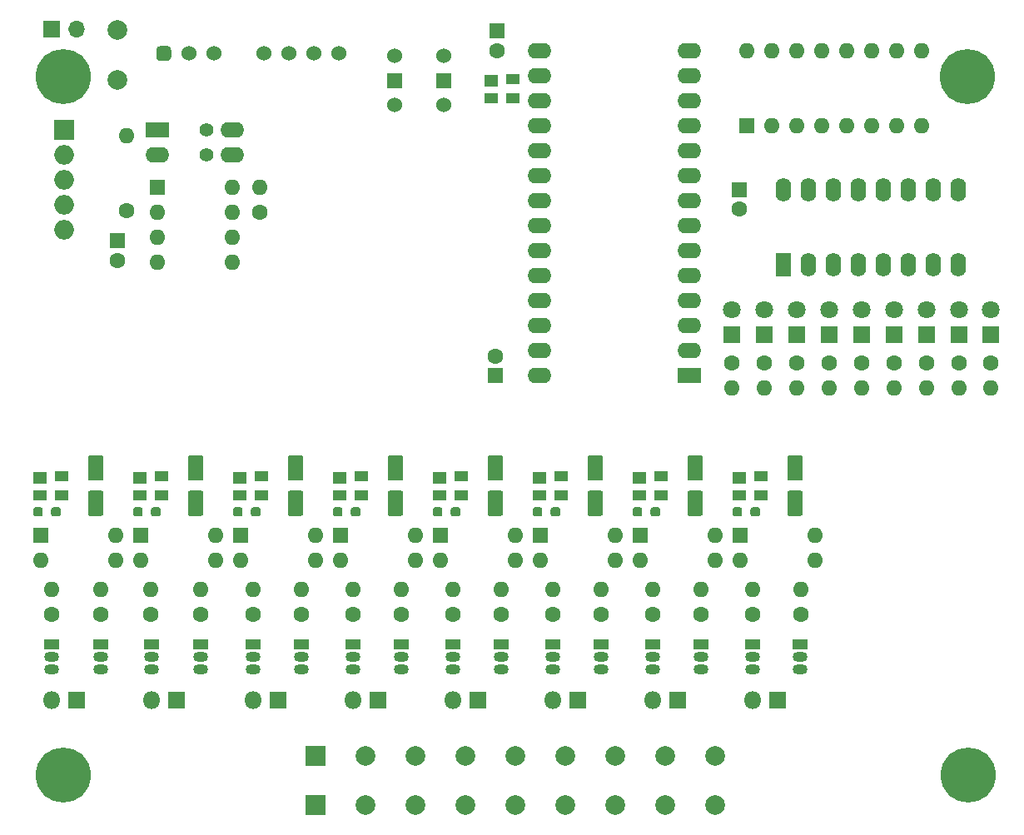
<source format=gts>
G04 #@! TF.GenerationSoftware,KiCad,Pcbnew,5.1.10-88a1d61d58~90~ubuntu20.04.1*
G04 #@! TF.CreationDate,2022-11-29T16:27:44+00:00*
G04 #@! TF.ProjectId,SIM108,53494d31-3038-42e6-9b69-6361645f7063,221101*
G04 #@! TF.SameCoordinates,Original*
G04 #@! TF.FileFunction,Soldermask,Top*
G04 #@! TF.FilePolarity,Negative*
%FSLAX46Y46*%
G04 Gerber Fmt 4.6, Leading zero omitted, Abs format (unit mm)*
G04 Created by KiCad (PCBNEW 5.1.10-88a1d61d58~90~ubuntu20.04.1) date 2022-11-29 16:27:44*
%MOMM*%
%LPD*%
G01*
G04 APERTURE LIST*
%ADD10C,1.400000*%
%ADD11C,1.524000*%
%ADD12R,2.000000X2.000000*%
%ADD13C,2.000000*%
%ADD14C,1.600000*%
%ADD15R,1.600000X1.600000*%
%ADD16C,3.600000*%
%ADD17C,5.600000*%
%ADD18R,1.500000X1.500000*%
%ADD19O,1.600000X1.600000*%
%ADD20R,1.500000X1.050000*%
%ADD21O,1.500000X1.050000*%
%ADD22C,1.800000*%
%ADD23R,1.800000X1.800000*%
%ADD24R,1.400000X1.000000*%
%ADD25R,1.400000X1.200000*%
%ADD26O,2.000000X2.000000*%
%ADD27O,1.800000X1.800000*%
%ADD28O,2.400000X1.600000*%
%ADD29R,2.400000X1.600000*%
%ADD30O,1.600000X2.400000*%
%ADD31R,1.600000X2.400000*%
%ADD32O,1.700000X1.700000*%
%ADD33R,1.700000X1.700000*%
G04 APERTURE END LIST*
D10*
X38608200Y-34899600D03*
X38608200Y-32359600D03*
D11*
X57709000Y-29820000D03*
X62709000Y-29820000D03*
X57709000Y-24820000D03*
X62709000Y-24820000D03*
D12*
X49657000Y-101067000D03*
D13*
X54737000Y-101067000D03*
X59817000Y-101067000D03*
X64897000Y-101067000D03*
X69977000Y-101067000D03*
X75057000Y-101067000D03*
X80137000Y-101067000D03*
X85217000Y-101067000D03*
X90297000Y-101067000D03*
X59817000Y-96067000D03*
X90297000Y-96067000D03*
D12*
X49657000Y-96067000D03*
D13*
X80137000Y-96067000D03*
X85217000Y-96067000D03*
X69977000Y-96067000D03*
X54737000Y-96067000D03*
X75057000Y-96067000D03*
X64897000Y-96067000D03*
G36*
G01*
X33452000Y-24994000D02*
X33452000Y-24232000D01*
G75*
G02*
X33833000Y-23851000I381000J0D01*
G01*
X34595000Y-23851000D01*
G75*
G02*
X34976000Y-24232000I0J-381000D01*
G01*
X34976000Y-24994000D01*
G75*
G02*
X34595000Y-25375000I-381000J0D01*
G01*
X33833000Y-25375000D01*
G75*
G02*
X33452000Y-24994000I0J381000D01*
G01*
G37*
D11*
X36754000Y-24613000D03*
X39294000Y-24613000D03*
X44374000Y-24613000D03*
X46914000Y-24613000D03*
X49454000Y-24613000D03*
X51994000Y-24613000D03*
D14*
X68123000Y-24327000D03*
D15*
X68123000Y-22327000D03*
D16*
X116002500Y-97994000D03*
D17*
X116002500Y-97994000D03*
X24002500Y-97994000D03*
D16*
X24002500Y-97994000D03*
D18*
X57721500Y-27343500D03*
X62674500Y-27343500D03*
D19*
X115125500Y-58649000D03*
D14*
X115125500Y-56109000D03*
D19*
X111823500Y-58649000D03*
D14*
X111823500Y-56109000D03*
D19*
X108521500Y-58649000D03*
D14*
X108521500Y-56109000D03*
D19*
X105219500Y-58649000D03*
D14*
X105219500Y-56109000D03*
D19*
X101917500Y-58649000D03*
D14*
X101917500Y-56109000D03*
D19*
X98615500Y-58649000D03*
D14*
X98615500Y-56109000D03*
D19*
X95313500Y-58649000D03*
D14*
X95313500Y-56109000D03*
D19*
X92011500Y-58649000D03*
D14*
X92011500Y-56109000D03*
D20*
X83947000Y-84684000D03*
D21*
X83947000Y-87224000D03*
X83947000Y-85954000D03*
D19*
X43993000Y-38202000D03*
D14*
X43993000Y-40742000D03*
X67945000Y-55379000D03*
D15*
X67945000Y-57379000D03*
D19*
X118364000Y-58649000D03*
D14*
X118364000Y-56109000D03*
D22*
X118364000Y-50648000D03*
D23*
X118364000Y-53188000D03*
G36*
G01*
X93897000Y-71459500D02*
X93897000Y-70984500D01*
G75*
G02*
X94134500Y-70747000I237500J0D01*
G01*
X94634500Y-70747000D01*
G75*
G02*
X94872000Y-70984500I0J-237500D01*
G01*
X94872000Y-71459500D01*
G75*
G02*
X94634500Y-71697000I-237500J0D01*
G01*
X94134500Y-71697000D01*
G75*
G02*
X93897000Y-71459500I0J237500D01*
G01*
G37*
G36*
G01*
X92072000Y-71459500D02*
X92072000Y-70984500D01*
G75*
G02*
X92309500Y-70747000I237500J0D01*
G01*
X92809500Y-70747000D01*
G75*
G02*
X93047000Y-70984500I0J-237500D01*
G01*
X93047000Y-71459500D01*
G75*
G02*
X92809500Y-71697000I-237500J0D01*
G01*
X92309500Y-71697000D01*
G75*
G02*
X92072000Y-71459500I0J237500D01*
G01*
G37*
G36*
G01*
X32937000Y-71459500D02*
X32937000Y-70984500D01*
G75*
G02*
X33174500Y-70747000I237500J0D01*
G01*
X33674500Y-70747000D01*
G75*
G02*
X33912000Y-70984500I0J-237500D01*
G01*
X33912000Y-71459500D01*
G75*
G02*
X33674500Y-71697000I-237500J0D01*
G01*
X33174500Y-71697000D01*
G75*
G02*
X32937000Y-71459500I0J237500D01*
G01*
G37*
G36*
G01*
X31112000Y-71459500D02*
X31112000Y-70984500D01*
G75*
G02*
X31349500Y-70747000I237500J0D01*
G01*
X31849500Y-70747000D01*
G75*
G02*
X32087000Y-70984500I0J-237500D01*
G01*
X32087000Y-71459500D01*
G75*
G02*
X31849500Y-71697000I-237500J0D01*
G01*
X31349500Y-71697000D01*
G75*
G02*
X31112000Y-71459500I0J237500D01*
G01*
G37*
G36*
G01*
X83737000Y-71459500D02*
X83737000Y-70984500D01*
G75*
G02*
X83974500Y-70747000I237500J0D01*
G01*
X84474500Y-70747000D01*
G75*
G02*
X84712000Y-70984500I0J-237500D01*
G01*
X84712000Y-71459500D01*
G75*
G02*
X84474500Y-71697000I-237500J0D01*
G01*
X83974500Y-71697000D01*
G75*
G02*
X83737000Y-71459500I0J237500D01*
G01*
G37*
G36*
G01*
X81912000Y-71459500D02*
X81912000Y-70984500D01*
G75*
G02*
X82149500Y-70747000I237500J0D01*
G01*
X82649500Y-70747000D01*
G75*
G02*
X82887000Y-70984500I0J-237500D01*
G01*
X82887000Y-71459500D01*
G75*
G02*
X82649500Y-71697000I-237500J0D01*
G01*
X82149500Y-71697000D01*
G75*
G02*
X81912000Y-71459500I0J237500D01*
G01*
G37*
G36*
G01*
X73577000Y-71459500D02*
X73577000Y-70984500D01*
G75*
G02*
X73814500Y-70747000I237500J0D01*
G01*
X74314500Y-70747000D01*
G75*
G02*
X74552000Y-70984500I0J-237500D01*
G01*
X74552000Y-71459500D01*
G75*
G02*
X74314500Y-71697000I-237500J0D01*
G01*
X73814500Y-71697000D01*
G75*
G02*
X73577000Y-71459500I0J237500D01*
G01*
G37*
G36*
G01*
X71752000Y-71459500D02*
X71752000Y-70984500D01*
G75*
G02*
X71989500Y-70747000I237500J0D01*
G01*
X72489500Y-70747000D01*
G75*
G02*
X72727000Y-70984500I0J-237500D01*
G01*
X72727000Y-71459500D01*
G75*
G02*
X72489500Y-71697000I-237500J0D01*
G01*
X71989500Y-71697000D01*
G75*
G02*
X71752000Y-71459500I0J237500D01*
G01*
G37*
G36*
G01*
X63417000Y-71459500D02*
X63417000Y-70984500D01*
G75*
G02*
X63654500Y-70747000I237500J0D01*
G01*
X64154500Y-70747000D01*
G75*
G02*
X64392000Y-70984500I0J-237500D01*
G01*
X64392000Y-71459500D01*
G75*
G02*
X64154500Y-71697000I-237500J0D01*
G01*
X63654500Y-71697000D01*
G75*
G02*
X63417000Y-71459500I0J237500D01*
G01*
G37*
G36*
G01*
X61592000Y-71459500D02*
X61592000Y-70984500D01*
G75*
G02*
X61829500Y-70747000I237500J0D01*
G01*
X62329500Y-70747000D01*
G75*
G02*
X62567000Y-70984500I0J-237500D01*
G01*
X62567000Y-71459500D01*
G75*
G02*
X62329500Y-71697000I-237500J0D01*
G01*
X61829500Y-71697000D01*
G75*
G02*
X61592000Y-71459500I0J237500D01*
G01*
G37*
G36*
G01*
X53257000Y-71459500D02*
X53257000Y-70984500D01*
G75*
G02*
X53494500Y-70747000I237500J0D01*
G01*
X53994500Y-70747000D01*
G75*
G02*
X54232000Y-70984500I0J-237500D01*
G01*
X54232000Y-71459500D01*
G75*
G02*
X53994500Y-71697000I-237500J0D01*
G01*
X53494500Y-71697000D01*
G75*
G02*
X53257000Y-71459500I0J237500D01*
G01*
G37*
G36*
G01*
X51432000Y-71459500D02*
X51432000Y-70984500D01*
G75*
G02*
X51669500Y-70747000I237500J0D01*
G01*
X52169500Y-70747000D01*
G75*
G02*
X52407000Y-70984500I0J-237500D01*
G01*
X52407000Y-71459500D01*
G75*
G02*
X52169500Y-71697000I-237500J0D01*
G01*
X51669500Y-71697000D01*
G75*
G02*
X51432000Y-71459500I0J237500D01*
G01*
G37*
G36*
G01*
X43097000Y-71459500D02*
X43097000Y-70984500D01*
G75*
G02*
X43334500Y-70747000I237500J0D01*
G01*
X43834500Y-70747000D01*
G75*
G02*
X44072000Y-70984500I0J-237500D01*
G01*
X44072000Y-71459500D01*
G75*
G02*
X43834500Y-71697000I-237500J0D01*
G01*
X43334500Y-71697000D01*
G75*
G02*
X43097000Y-71459500I0J237500D01*
G01*
G37*
G36*
G01*
X41272000Y-71459500D02*
X41272000Y-70984500D01*
G75*
G02*
X41509500Y-70747000I237500J0D01*
G01*
X42009500Y-70747000D01*
G75*
G02*
X42247000Y-70984500I0J-237500D01*
G01*
X42247000Y-71459500D01*
G75*
G02*
X42009500Y-71697000I-237500J0D01*
G01*
X41509500Y-71697000D01*
G75*
G02*
X41272000Y-71459500I0J237500D01*
G01*
G37*
G36*
G01*
X22777000Y-71459500D02*
X22777000Y-70984500D01*
G75*
G02*
X23014500Y-70747000I237500J0D01*
G01*
X23514500Y-70747000D01*
G75*
G02*
X23752000Y-70984500I0J-237500D01*
G01*
X23752000Y-71459500D01*
G75*
G02*
X23514500Y-71697000I-237500J0D01*
G01*
X23014500Y-71697000D01*
G75*
G02*
X22777000Y-71459500I0J237500D01*
G01*
G37*
G36*
G01*
X20952000Y-71459500D02*
X20952000Y-70984500D01*
G75*
G02*
X21189500Y-70747000I237500J0D01*
G01*
X21689500Y-70747000D01*
G75*
G02*
X21927000Y-70984500I0J-237500D01*
G01*
X21927000Y-71459500D01*
G75*
G02*
X21689500Y-71697000I-237500J0D01*
G01*
X21189500Y-71697000D01*
G75*
G02*
X20952000Y-71459500I0J237500D01*
G01*
G37*
G36*
G01*
X97875000Y-69055000D02*
X98975000Y-69055000D01*
G75*
G02*
X99225000Y-69305000I0J-250000D01*
G01*
X99225000Y-71405000D01*
G75*
G02*
X98975000Y-71655000I-250000J0D01*
G01*
X97875000Y-71655000D01*
G75*
G02*
X97625000Y-71405000I0J250000D01*
G01*
X97625000Y-69305000D01*
G75*
G02*
X97875000Y-69055000I250000J0D01*
G01*
G37*
G36*
G01*
X97875000Y-65455000D02*
X98975000Y-65455000D01*
G75*
G02*
X99225000Y-65705000I0J-250000D01*
G01*
X99225000Y-67805000D01*
G75*
G02*
X98975000Y-68055000I-250000J0D01*
G01*
X97875000Y-68055000D01*
G75*
G02*
X97625000Y-67805000I0J250000D01*
G01*
X97625000Y-65705000D01*
G75*
G02*
X97875000Y-65455000I250000J0D01*
G01*
G37*
G36*
G01*
X87715000Y-69055000D02*
X88815000Y-69055000D01*
G75*
G02*
X89065000Y-69305000I0J-250000D01*
G01*
X89065000Y-71405000D01*
G75*
G02*
X88815000Y-71655000I-250000J0D01*
G01*
X87715000Y-71655000D01*
G75*
G02*
X87465000Y-71405000I0J250000D01*
G01*
X87465000Y-69305000D01*
G75*
G02*
X87715000Y-69055000I250000J0D01*
G01*
G37*
G36*
G01*
X87715000Y-65455000D02*
X88815000Y-65455000D01*
G75*
G02*
X89065000Y-65705000I0J-250000D01*
G01*
X89065000Y-67805000D01*
G75*
G02*
X88815000Y-68055000I-250000J0D01*
G01*
X87715000Y-68055000D01*
G75*
G02*
X87465000Y-67805000I0J250000D01*
G01*
X87465000Y-65705000D01*
G75*
G02*
X87715000Y-65455000I250000J0D01*
G01*
G37*
G36*
G01*
X77555000Y-69055000D02*
X78655000Y-69055000D01*
G75*
G02*
X78905000Y-69305000I0J-250000D01*
G01*
X78905000Y-71405000D01*
G75*
G02*
X78655000Y-71655000I-250000J0D01*
G01*
X77555000Y-71655000D01*
G75*
G02*
X77305000Y-71405000I0J250000D01*
G01*
X77305000Y-69305000D01*
G75*
G02*
X77555000Y-69055000I250000J0D01*
G01*
G37*
G36*
G01*
X77555000Y-65455000D02*
X78655000Y-65455000D01*
G75*
G02*
X78905000Y-65705000I0J-250000D01*
G01*
X78905000Y-67805000D01*
G75*
G02*
X78655000Y-68055000I-250000J0D01*
G01*
X77555000Y-68055000D01*
G75*
G02*
X77305000Y-67805000I0J250000D01*
G01*
X77305000Y-65705000D01*
G75*
G02*
X77555000Y-65455000I250000J0D01*
G01*
G37*
G36*
G01*
X57235000Y-69055000D02*
X58335000Y-69055000D01*
G75*
G02*
X58585000Y-69305000I0J-250000D01*
G01*
X58585000Y-71405000D01*
G75*
G02*
X58335000Y-71655000I-250000J0D01*
G01*
X57235000Y-71655000D01*
G75*
G02*
X56985000Y-71405000I0J250000D01*
G01*
X56985000Y-69305000D01*
G75*
G02*
X57235000Y-69055000I250000J0D01*
G01*
G37*
G36*
G01*
X57235000Y-65455000D02*
X58335000Y-65455000D01*
G75*
G02*
X58585000Y-65705000I0J-250000D01*
G01*
X58585000Y-67805000D01*
G75*
G02*
X58335000Y-68055000I-250000J0D01*
G01*
X57235000Y-68055000D01*
G75*
G02*
X56985000Y-67805000I0J250000D01*
G01*
X56985000Y-65705000D01*
G75*
G02*
X57235000Y-65455000I250000J0D01*
G01*
G37*
G36*
G01*
X67395000Y-69055000D02*
X68495000Y-69055000D01*
G75*
G02*
X68745000Y-69305000I0J-250000D01*
G01*
X68745000Y-71405000D01*
G75*
G02*
X68495000Y-71655000I-250000J0D01*
G01*
X67395000Y-71655000D01*
G75*
G02*
X67145000Y-71405000I0J250000D01*
G01*
X67145000Y-69305000D01*
G75*
G02*
X67395000Y-69055000I250000J0D01*
G01*
G37*
G36*
G01*
X67395000Y-65455000D02*
X68495000Y-65455000D01*
G75*
G02*
X68745000Y-65705000I0J-250000D01*
G01*
X68745000Y-67805000D01*
G75*
G02*
X68495000Y-68055000I-250000J0D01*
G01*
X67395000Y-68055000D01*
G75*
G02*
X67145000Y-67805000I0J250000D01*
G01*
X67145000Y-65705000D01*
G75*
G02*
X67395000Y-65455000I250000J0D01*
G01*
G37*
G36*
G01*
X47075000Y-69055000D02*
X48175000Y-69055000D01*
G75*
G02*
X48425000Y-69305000I0J-250000D01*
G01*
X48425000Y-71405000D01*
G75*
G02*
X48175000Y-71655000I-250000J0D01*
G01*
X47075000Y-71655000D01*
G75*
G02*
X46825000Y-71405000I0J250000D01*
G01*
X46825000Y-69305000D01*
G75*
G02*
X47075000Y-69055000I250000J0D01*
G01*
G37*
G36*
G01*
X47075000Y-65455000D02*
X48175000Y-65455000D01*
G75*
G02*
X48425000Y-65705000I0J-250000D01*
G01*
X48425000Y-67805000D01*
G75*
G02*
X48175000Y-68055000I-250000J0D01*
G01*
X47075000Y-68055000D01*
G75*
G02*
X46825000Y-67805000I0J250000D01*
G01*
X46825000Y-65705000D01*
G75*
G02*
X47075000Y-65455000I250000J0D01*
G01*
G37*
G36*
G01*
X36915000Y-69055000D02*
X38015000Y-69055000D01*
G75*
G02*
X38265000Y-69305000I0J-250000D01*
G01*
X38265000Y-71405000D01*
G75*
G02*
X38015000Y-71655000I-250000J0D01*
G01*
X36915000Y-71655000D01*
G75*
G02*
X36665000Y-71405000I0J250000D01*
G01*
X36665000Y-69305000D01*
G75*
G02*
X36915000Y-69055000I250000J0D01*
G01*
G37*
G36*
G01*
X36915000Y-65455000D02*
X38015000Y-65455000D01*
G75*
G02*
X38265000Y-65705000I0J-250000D01*
G01*
X38265000Y-67805000D01*
G75*
G02*
X38015000Y-68055000I-250000J0D01*
G01*
X36915000Y-68055000D01*
G75*
G02*
X36665000Y-67805000I0J250000D01*
G01*
X36665000Y-65705000D01*
G75*
G02*
X36915000Y-65455000I250000J0D01*
G01*
G37*
G36*
G01*
X26755000Y-69055000D02*
X27855000Y-69055000D01*
G75*
G02*
X28105000Y-69305000I0J-250000D01*
G01*
X28105000Y-71405000D01*
G75*
G02*
X27855000Y-71655000I-250000J0D01*
G01*
X26755000Y-71655000D01*
G75*
G02*
X26505000Y-71405000I0J250000D01*
G01*
X26505000Y-69305000D01*
G75*
G02*
X26755000Y-69055000I250000J0D01*
G01*
G37*
G36*
G01*
X26755000Y-65455000D02*
X27855000Y-65455000D01*
G75*
G02*
X28105000Y-65705000I0J-250000D01*
G01*
X28105000Y-67805000D01*
G75*
G02*
X27855000Y-68055000I-250000J0D01*
G01*
X26755000Y-68055000D01*
G75*
G02*
X26505000Y-67805000I0J250000D01*
G01*
X26505000Y-65705000D01*
G75*
G02*
X26755000Y-65455000I250000J0D01*
G01*
G37*
D24*
X94953000Y-67605000D03*
X94953000Y-69505000D03*
X92753000Y-69505000D03*
D25*
X92753000Y-67785000D03*
D24*
X84793000Y-67605000D03*
X84793000Y-69505000D03*
X82593000Y-69505000D03*
D25*
X82593000Y-67785000D03*
D24*
X74633000Y-67605000D03*
X74633000Y-69505000D03*
X72433000Y-69505000D03*
D25*
X72433000Y-67785000D03*
D24*
X64473000Y-67605000D03*
X64473000Y-69505000D03*
X62273000Y-69505000D03*
D25*
X62273000Y-67785000D03*
D24*
X54313000Y-67605000D03*
X54313000Y-69505000D03*
X52113000Y-69505000D03*
D25*
X52113000Y-67785000D03*
D24*
X44153000Y-67605000D03*
X44153000Y-69505000D03*
X41953000Y-69505000D03*
D25*
X41953000Y-67785000D03*
D24*
X33993000Y-67605000D03*
X33993000Y-69505000D03*
X31793000Y-69505000D03*
D25*
X31793000Y-67785000D03*
D24*
X23833000Y-67605000D03*
X23833000Y-69505000D03*
X21633000Y-69505000D03*
D25*
X21633000Y-67785000D03*
D19*
X80137000Y-73635000D03*
X72517000Y-76175000D03*
X80137000Y-76175000D03*
D15*
X72517000Y-73635000D03*
D19*
X100457000Y-73635000D03*
X92837000Y-76175000D03*
X100457000Y-76175000D03*
D15*
X92837000Y-73635000D03*
D19*
X90297000Y-73635000D03*
X82677000Y-76175000D03*
X90297000Y-76175000D03*
D15*
X82677000Y-73635000D03*
D19*
X69977000Y-73635000D03*
X62357000Y-76175000D03*
X69977000Y-76175000D03*
D15*
X62357000Y-73635000D03*
D19*
X59817000Y-73635000D03*
X52197000Y-76175000D03*
X59817000Y-76175000D03*
D15*
X52197000Y-73635000D03*
D19*
X49657000Y-73635000D03*
X42037000Y-76175000D03*
X49657000Y-76175000D03*
D15*
X42037000Y-73635000D03*
D19*
X39497000Y-73635000D03*
X31877000Y-76175000D03*
X39497000Y-76175000D03*
D15*
X31877000Y-73635000D03*
D19*
X29337000Y-73635000D03*
X21717000Y-76175000D03*
X29337000Y-76175000D03*
D15*
X21717000Y-73635000D03*
D19*
X94107000Y-79096000D03*
D14*
X94107000Y-81636000D03*
D19*
X99060000Y-79096000D03*
D14*
X99060000Y-81636000D03*
D19*
X83947000Y-79096000D03*
D14*
X83947000Y-81636000D03*
D19*
X88900000Y-79096000D03*
D14*
X88900000Y-81636000D03*
D19*
X73787000Y-79096000D03*
D14*
X73787000Y-81636000D03*
D19*
X78740000Y-79096000D03*
D14*
X78740000Y-81636000D03*
D19*
X63627000Y-79096000D03*
D14*
X63627000Y-81636000D03*
D19*
X68580000Y-79096000D03*
D14*
X68580000Y-81636000D03*
D19*
X53467000Y-79096000D03*
D14*
X53467000Y-81636000D03*
D19*
X58420000Y-79096000D03*
D14*
X58420000Y-81636000D03*
D19*
X43307000Y-79096000D03*
D14*
X43307000Y-81636000D03*
D19*
X48260000Y-79096000D03*
D14*
X48260000Y-81636000D03*
D19*
X32893000Y-79096000D03*
D14*
X32893000Y-81636000D03*
D19*
X37973000Y-79096000D03*
D14*
X37973000Y-81636000D03*
D19*
X22860000Y-79096000D03*
D14*
X22860000Y-81636000D03*
D19*
X27813000Y-79096000D03*
D14*
X27813000Y-81636000D03*
D19*
X30480000Y-32995000D03*
D14*
X30480000Y-40615000D03*
D20*
X98933000Y-84684000D03*
D21*
X98933000Y-87224000D03*
X98933000Y-85954000D03*
D20*
X94107000Y-84684000D03*
D21*
X94107000Y-87224000D03*
X94107000Y-85954000D03*
D20*
X88900000Y-84684000D03*
D21*
X88900000Y-87224000D03*
X88900000Y-85954000D03*
D20*
X78740000Y-84684000D03*
D21*
X78740000Y-87224000D03*
X78740000Y-85954000D03*
D20*
X73787000Y-84684000D03*
D21*
X73787000Y-87224000D03*
X73787000Y-85954000D03*
D20*
X68580000Y-84684000D03*
D21*
X68580000Y-87224000D03*
X68580000Y-85954000D03*
D20*
X63627000Y-84684000D03*
D21*
X63627000Y-87224000D03*
X63627000Y-85954000D03*
D20*
X58420000Y-84684000D03*
D21*
X58420000Y-87224000D03*
X58420000Y-85954000D03*
D20*
X53467000Y-84684000D03*
D21*
X53467000Y-87224000D03*
X53467000Y-85954000D03*
D20*
X48260000Y-84684000D03*
D21*
X48260000Y-87224000D03*
X48260000Y-85954000D03*
D20*
X43307000Y-84684000D03*
D21*
X43307000Y-87224000D03*
X43307000Y-85954000D03*
D20*
X37973000Y-84684000D03*
D21*
X37973000Y-87224000D03*
X37973000Y-85954000D03*
D20*
X33020000Y-84684000D03*
D21*
X33020000Y-87224000D03*
X33020000Y-85954000D03*
D20*
X27813000Y-84684000D03*
D21*
X27813000Y-87224000D03*
X27813000Y-85954000D03*
D20*
X22860000Y-84684000D03*
D21*
X22860000Y-87224000D03*
X22860000Y-85954000D03*
D26*
X24130000Y-42520000D03*
X24130000Y-39980000D03*
X24130000Y-37440000D03*
X24130000Y-34900000D03*
D12*
X24130000Y-32360000D03*
D27*
X94107000Y-90399000D03*
D23*
X96647000Y-90399000D03*
D27*
X83947000Y-90399000D03*
D23*
X86487000Y-90399000D03*
D27*
X73787000Y-90399000D03*
D23*
X76327000Y-90399000D03*
D27*
X63627000Y-90399000D03*
D23*
X66167000Y-90399000D03*
D27*
X53467000Y-90399000D03*
D23*
X56007000Y-90399000D03*
D27*
X43307000Y-90399000D03*
D23*
X45847000Y-90399000D03*
D27*
X33020000Y-90399000D03*
D23*
X35560000Y-90399000D03*
D27*
X22860000Y-90399000D03*
D23*
X25400000Y-90399000D03*
D24*
X69731000Y-27219000D03*
X69731000Y-29119000D03*
X67531000Y-29119000D03*
D25*
X67531000Y-27399000D03*
D14*
X29515000Y-45663000D03*
D15*
X29515000Y-43663000D03*
D14*
X92761000Y-40456000D03*
D15*
X92761000Y-38456000D03*
D28*
X72441000Y-57379000D03*
X87681000Y-24359000D03*
X72441000Y-54839000D03*
X87681000Y-26899000D03*
X72441000Y-52299000D03*
X87681000Y-29439000D03*
X72441000Y-49759000D03*
X87681000Y-31979000D03*
X72441000Y-47219000D03*
X87681000Y-34519000D03*
X72441000Y-44679000D03*
X87681000Y-37059000D03*
X72441000Y-42139000D03*
X87681000Y-39599000D03*
X72441000Y-39599000D03*
X87681000Y-42139000D03*
X72441000Y-37059000D03*
X87681000Y-44679000D03*
X72441000Y-34519000D03*
X87681000Y-47219000D03*
X72441000Y-31979000D03*
X87681000Y-49759000D03*
X72441000Y-29439000D03*
X87681000Y-52299000D03*
X72441000Y-26899000D03*
X87681000Y-54839000D03*
X72441000Y-24359000D03*
D29*
X87681000Y-57379000D03*
D19*
X93523000Y-24359000D03*
X111303000Y-31979000D03*
X96063000Y-24359000D03*
X108763000Y-31979000D03*
X98603000Y-24359000D03*
X106223000Y-31979000D03*
X101143000Y-24359000D03*
X103683000Y-31979000D03*
X103683000Y-24359000D03*
X101143000Y-31979000D03*
X106223000Y-24359000D03*
X98603000Y-31979000D03*
X108763000Y-24359000D03*
X96063000Y-31979000D03*
X111303000Y-24359000D03*
D15*
X93523000Y-31979000D03*
D22*
X115113000Y-50648000D03*
D23*
X115113000Y-53188000D03*
D22*
X111811000Y-50648000D03*
D23*
X111811000Y-53188000D03*
D30*
X97206000Y-38456000D03*
X114986000Y-46076000D03*
X99746000Y-38456000D03*
X112446000Y-46076000D03*
X102286000Y-38456000D03*
X109906000Y-46076000D03*
X104826000Y-38456000D03*
X107366000Y-46076000D03*
X107366000Y-38456000D03*
X104826000Y-46076000D03*
X109906000Y-38456000D03*
X102286000Y-46076000D03*
X112446000Y-38456000D03*
X99746000Y-46076000D03*
X114986000Y-38456000D03*
D31*
X97206000Y-46076000D03*
D22*
X108509000Y-50648000D03*
D23*
X108509000Y-53188000D03*
D22*
X105207000Y-50648000D03*
D23*
X105207000Y-53188000D03*
D28*
X41199000Y-32360000D03*
X33579000Y-34900000D03*
X41199000Y-34900000D03*
D29*
X33579000Y-32360000D03*
D16*
X23995000Y-26999000D03*
D17*
X23995000Y-26999000D03*
X115995000Y-26999000D03*
D16*
X115995000Y-26999000D03*
D22*
X101905000Y-50648000D03*
D23*
X101905000Y-53188000D03*
D22*
X98603000Y-50648000D03*
D23*
X98603000Y-53188000D03*
D22*
X95301000Y-50648000D03*
D23*
X95301000Y-53188000D03*
D22*
X91999000Y-50648000D03*
D23*
X91999000Y-53188000D03*
D19*
X41199000Y-38202000D03*
X33579000Y-45822000D03*
X41199000Y-40742000D03*
X33579000Y-43282000D03*
X41199000Y-43282000D03*
X33579000Y-40742000D03*
X41199000Y-45822000D03*
D15*
X33579000Y-38202000D03*
D32*
X25324000Y-22098000D03*
D33*
X22784000Y-22098000D03*
D13*
X29525000Y-22200000D03*
X29515000Y-27280000D03*
M02*

</source>
